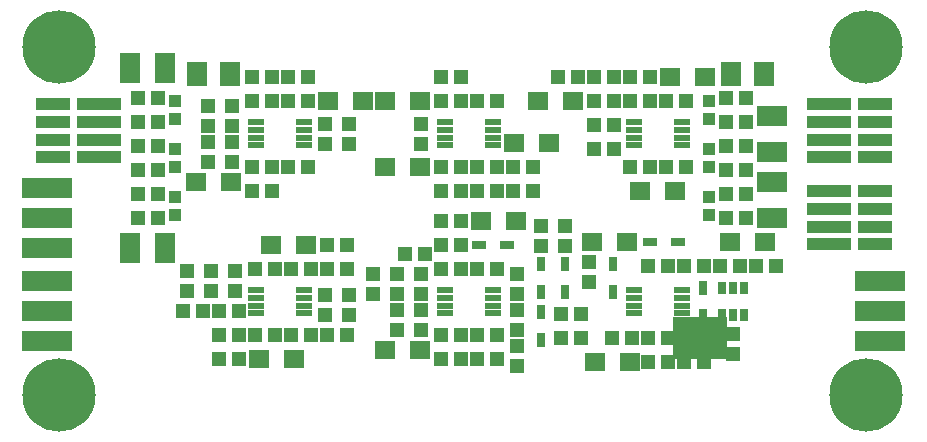
<source format=gbr>
G04 EAGLE Gerber RS-274X export*
G75*
%MOMM*%
%FSLAX34Y34*%
%LPD*%
%INSoldermask Top*%
%IPPOS*%
%AMOC8*
5,1,8,0,0,1.08239X$1,22.5*%
G01*
%ADD10R,4.572000X3.556000*%
%ADD11R,4.263200X1.723200*%
%ADD12R,1.303200X1.203200*%
%ADD13R,1.803200X1.603200*%
%ADD14R,1.203200X1.303200*%
%ADD15R,0.703200X1.253200*%
%ADD16R,1.253200X0.703200*%
%ADD17R,1.403200X0.603200*%
%ADD18R,0.803200X1.103200*%
%ADD19R,1.003200X1.003200*%
%ADD20R,2.603200X1.803200*%
%ADD21R,1.803200X2.003200*%
%ADD22R,2.853200X1.053200*%
%ADD23R,3.753200X1.053200*%
%ADD24R,1.803200X2.603200*%
%ADD25C,6.203200*%


D10*
X492760Y447040D03*
D11*
X-59690Y495300D03*
X-59690Y469900D03*
X-59690Y444500D03*
X-59690Y574040D03*
X-59690Y548640D03*
X-59690Y523240D03*
X645160Y495300D03*
X645160Y469900D03*
X645160Y444500D03*
D12*
X290440Y525780D03*
X273440Y525780D03*
X193920Y449580D03*
X176920Y449580D03*
X163440Y505460D03*
X146440Y505460D03*
X193920Y525780D03*
X176920Y525780D03*
X115960Y449580D03*
X132960Y449580D03*
D13*
X159780Y525780D03*
X129780Y525780D03*
X149620Y429260D03*
X119620Y429260D03*
D12*
X303920Y505460D03*
X320920Y505460D03*
X273440Y449580D03*
X290440Y449580D03*
D13*
X307580Y546100D03*
X337580Y546100D03*
X226300Y436880D03*
X256300Y436880D03*
D12*
X448700Y508000D03*
X465700Y508000D03*
X435220Y447040D03*
X418220Y447040D03*
D13*
X431560Y528320D03*
X401560Y528320D03*
X404100Y426720D03*
X434100Y426720D03*
D14*
X256540Y453780D03*
X256540Y470780D03*
X76200Y613020D03*
X76200Y596020D03*
D12*
X259960Y518160D03*
X242960Y518160D03*
X143900Y647700D03*
X160900Y647700D03*
X113420Y591820D03*
X130420Y591820D03*
X85480Y449580D03*
X102480Y449580D03*
D13*
X178040Y647700D03*
X208040Y647700D03*
X66280Y579120D03*
X96280Y579120D03*
D12*
X526660Y508000D03*
X509660Y508000D03*
D13*
X518400Y528320D03*
X548400Y528320D03*
D12*
X450460Y647700D03*
X433460Y647700D03*
X450460Y591820D03*
X433460Y591820D03*
D13*
X467600Y668020D03*
X497600Y668020D03*
X442200Y571500D03*
X472200Y571500D03*
D12*
X130420Y647700D03*
X113420Y647700D03*
X290440Y647700D03*
X273440Y647700D03*
X273440Y591820D03*
X290440Y591820D03*
D13*
X256300Y647700D03*
X226300Y647700D03*
X226300Y591820D03*
X256300Y591820D03*
D14*
X175260Y628260D03*
X175260Y611260D03*
D12*
X334400Y571500D03*
X351400Y571500D03*
X402980Y668020D03*
X419980Y668020D03*
D13*
X335520Y612140D03*
X365520Y612140D03*
X385840Y647700D03*
X355840Y647700D03*
D14*
X58420Y503800D03*
X58420Y486800D03*
D12*
X496180Y447040D03*
X479180Y447040D03*
D15*
X419100Y509840D03*
X419100Y485840D03*
D16*
X474280Y528320D03*
X450280Y528320D03*
D15*
X495300Y465520D03*
X495300Y489520D03*
D16*
X329500Y525780D03*
X305500Y525780D03*
D15*
X358140Y445200D03*
X358140Y469200D03*
X358140Y509840D03*
X358140Y485840D03*
X378460Y509840D03*
X378460Y485840D03*
D17*
X436700Y487270D03*
X436700Y480770D03*
X436700Y474270D03*
X436700Y467770D03*
X477700Y467770D03*
X477700Y474270D03*
X477700Y480770D03*
X477700Y487270D03*
X116660Y487270D03*
X116660Y480770D03*
X116660Y474270D03*
X116660Y467770D03*
X157660Y467770D03*
X157660Y474270D03*
X157660Y480770D03*
X157660Y487270D03*
D18*
X511200Y466020D03*
X520700Y466020D03*
X530200Y466020D03*
X530200Y489020D03*
X520700Y489020D03*
X511200Y489020D03*
D17*
X276680Y487270D03*
X276680Y480770D03*
X276680Y474270D03*
X276680Y467770D03*
X317680Y467770D03*
X317680Y474270D03*
X317680Y480770D03*
X317680Y487270D03*
X116660Y629510D03*
X116660Y623010D03*
X116660Y616510D03*
X116660Y610010D03*
X157660Y610010D03*
X157660Y616510D03*
X157660Y623010D03*
X157660Y629510D03*
X276680Y629510D03*
X276680Y623010D03*
X276680Y616510D03*
X276680Y610010D03*
X317680Y610010D03*
X317680Y616510D03*
X317680Y623010D03*
X317680Y629510D03*
X436700Y629510D03*
X436700Y623010D03*
X436700Y616510D03*
X436700Y610010D03*
X477700Y610010D03*
X477700Y616510D03*
X477700Y623010D03*
X477700Y629510D03*
D14*
X55000Y469900D03*
X72000Y469900D03*
X496180Y508000D03*
X479180Y508000D03*
X392040Y447040D03*
X375040Y447040D03*
D12*
X337820Y453780D03*
X337820Y470780D03*
D14*
X496180Y426720D03*
X479180Y426720D03*
D12*
X520700Y433460D03*
X520700Y450460D03*
X337820Y440300D03*
X337820Y423300D03*
D14*
X115960Y505460D03*
X132960Y505460D03*
D12*
X358140Y524900D03*
X358140Y541900D03*
X337820Y484260D03*
X337820Y501260D03*
D14*
X146440Y449580D03*
X163440Y449580D03*
X392040Y467360D03*
X375040Y467360D03*
D12*
X195580Y483480D03*
X195580Y466480D03*
X175260Y466480D03*
X175260Y483480D03*
D14*
X193920Y505460D03*
X176920Y505460D03*
X102480Y429260D03*
X85480Y429260D03*
D12*
X215900Y484260D03*
X215900Y501260D03*
D14*
X273440Y546100D03*
X290440Y546100D03*
X273440Y429260D03*
X290440Y429260D03*
D12*
X236220Y470780D03*
X236220Y453780D03*
D14*
X85480Y469900D03*
X102480Y469900D03*
D12*
X398780Y494420D03*
X398780Y511420D03*
D14*
X448700Y426720D03*
X465700Y426720D03*
D12*
X236220Y501260D03*
X236220Y484260D03*
X76200Y626500D03*
X76200Y643500D03*
X256540Y484260D03*
X256540Y501260D03*
D14*
X143900Y668020D03*
X160900Y668020D03*
X113420Y571500D03*
X130420Y571500D03*
D12*
X96520Y596020D03*
X96520Y613020D03*
X96520Y626500D03*
X96520Y643500D03*
D14*
X557140Y508000D03*
X540140Y508000D03*
D12*
X78740Y503800D03*
X78740Y486800D03*
D14*
X113420Y668020D03*
X130420Y668020D03*
X433460Y668020D03*
X450460Y668020D03*
X463940Y591820D03*
X480940Y591820D03*
X143900Y591820D03*
X160900Y591820D03*
D12*
X195580Y611260D03*
X195580Y628260D03*
D14*
X290440Y668020D03*
X273440Y668020D03*
X273440Y571500D03*
X290440Y571500D03*
X351400Y591820D03*
X334400Y591820D03*
X320920Y571500D03*
X303920Y571500D03*
X419980Y647700D03*
X402980Y647700D03*
X273440Y505460D03*
X290440Y505460D03*
X389500Y668020D03*
X372500Y668020D03*
X402980Y627380D03*
X419980Y627380D03*
X320920Y591820D03*
X303920Y591820D03*
D12*
X256540Y611260D03*
X256540Y628260D03*
D14*
X402980Y607060D03*
X419980Y607060D03*
X463940Y647700D03*
X480940Y647700D03*
X303920Y647700D03*
X320920Y647700D03*
X448700Y447040D03*
X465700Y447040D03*
X303920Y449580D03*
X320920Y449580D03*
D12*
X99060Y486800D03*
X99060Y503800D03*
X320920Y429260D03*
X303920Y429260D03*
D14*
X378460Y541900D03*
X378460Y524900D03*
D12*
X514740Y568960D03*
X531740Y568960D03*
D19*
X500380Y551300D03*
X500380Y566300D03*
D14*
X531740Y548640D03*
X514740Y548640D03*
D19*
X500380Y606940D03*
X500380Y591940D03*
D14*
X514740Y589280D03*
X531740Y589280D03*
D12*
X514740Y609600D03*
X531740Y609600D03*
D20*
X553720Y604760D03*
X553720Y634760D03*
X553720Y578880D03*
X553720Y548880D03*
D19*
X500380Y647580D03*
X500380Y632580D03*
D14*
X514740Y629920D03*
X531740Y629920D03*
D12*
X514740Y650240D03*
X531740Y650240D03*
D21*
X547400Y670560D03*
X519400Y670560D03*
D22*
X641350Y644800D03*
X641350Y629800D03*
X641350Y614800D03*
X641350Y599800D03*
D23*
X602350Y644800D03*
X602350Y629800D03*
X602350Y614800D03*
X602350Y599800D03*
D12*
X16900Y568960D03*
X33900Y568960D03*
D19*
X48260Y551300D03*
X48260Y566300D03*
D14*
X16900Y548640D03*
X33900Y548640D03*
D19*
X48260Y606940D03*
X48260Y591940D03*
D14*
X33900Y589280D03*
X16900Y589280D03*
D12*
X33900Y609600D03*
X16900Y609600D03*
D24*
X10400Y675640D03*
X40400Y675640D03*
X40400Y523240D03*
X10400Y523240D03*
D19*
X48260Y647580D03*
X48260Y632580D03*
D14*
X33900Y629920D03*
X16900Y629920D03*
D12*
X33900Y650240D03*
X16900Y650240D03*
D21*
X67280Y670560D03*
X95280Y670560D03*
D22*
X-54610Y599800D03*
X-54610Y614800D03*
X-54610Y629800D03*
X-54610Y644800D03*
D23*
X-15610Y599800D03*
X-15610Y614800D03*
X-15610Y629800D03*
X-15610Y644800D03*
D22*
X641350Y571140D03*
X641350Y556140D03*
X641350Y541140D03*
X641350Y526140D03*
D23*
X602350Y571140D03*
X602350Y556140D03*
X602350Y541140D03*
X602350Y526140D03*
D25*
X-49530Y398780D03*
X633730Y398780D03*
X633730Y693420D03*
X-49530Y693420D03*
M02*

</source>
